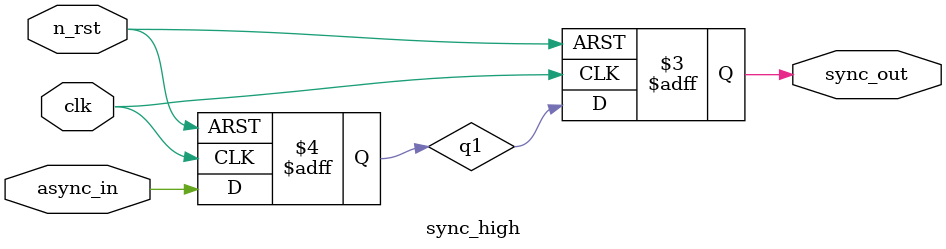
<source format=sv>

module sync_high
(
  input wire clk,
  input wire n_rst,
  input wire async_in,
  output reg sync_out
);

reg q1;


always_ff @ (posedge clk, negedge n_rst)
begin : sync
	if(1'b0 == n_rst) 
	begin
    		q1 <= 1;
		sync_out <= 1;
  	end 
	else 
	begin
    		q1 <= async_in;
    		sync_out <= q1;
  	end
end


endmodule

</source>
